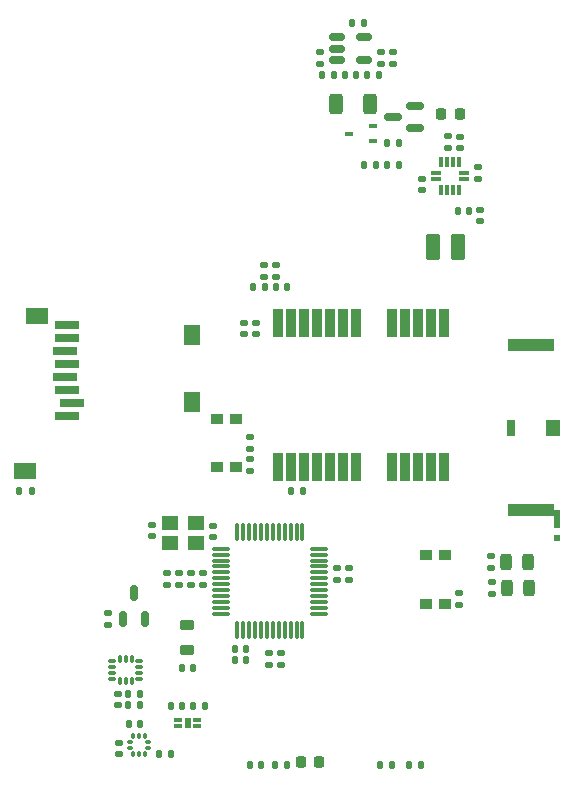
<source format=gtp>
G04 #@! TF.GenerationSoftware,KiCad,Pcbnew,7.0.6*
G04 #@! TF.CreationDate,2024-05-29T18:09:33+12:00*
G04 #@! TF.ProjectId,flight_computer,666c6967-6874-45f6-936f-6d7075746572,rev?*
G04 #@! TF.SameCoordinates,Original*
G04 #@! TF.FileFunction,Paste,Top*
G04 #@! TF.FilePolarity,Positive*
%FSLAX46Y46*%
G04 Gerber Fmt 4.6, Leading zero omitted, Abs format (unit mm)*
G04 Created by KiCad (PCBNEW 7.0.6) date 2024-05-29 18:09:33*
%MOMM*%
%LPD*%
G01*
G04 APERTURE LIST*
G04 Aperture macros list*
%AMRoundRect*
0 Rectangle with rounded corners*
0 $1 Rounding radius*
0 $2 $3 $4 $5 $6 $7 $8 $9 X,Y pos of 4 corners*
0 Add a 4 corners polygon primitive as box body*
4,1,4,$2,$3,$4,$5,$6,$7,$8,$9,$2,$3,0*
0 Add four circle primitives for the rounded corners*
1,1,$1+$1,$2,$3*
1,1,$1+$1,$4,$5*
1,1,$1+$1,$6,$7*
1,1,$1+$1,$8,$9*
0 Add four rect primitives between the rounded corners*
20,1,$1+$1,$2,$3,$4,$5,0*
20,1,$1+$1,$4,$5,$6,$7,0*
20,1,$1+$1,$6,$7,$8,$9,0*
20,1,$1+$1,$8,$9,$2,$3,0*%
G04 Aperture macros list end*
%ADD10RoundRect,0.140000X0.170000X-0.140000X0.170000X0.140000X-0.170000X0.140000X-0.170000X-0.140000X0*%
%ADD11RoundRect,0.135000X0.185000X-0.135000X0.185000X0.135000X-0.185000X0.135000X-0.185000X-0.135000X0*%
%ADD12RoundRect,0.140000X-0.170000X0.140000X-0.170000X-0.140000X0.170000X-0.140000X0.170000X0.140000X0*%
%ADD13RoundRect,0.135000X0.135000X0.185000X-0.135000X0.185000X-0.135000X-0.185000X0.135000X-0.185000X0*%
%ADD14RoundRect,0.075000X-0.662500X-0.075000X0.662500X-0.075000X0.662500X0.075000X-0.662500X0.075000X0*%
%ADD15RoundRect,0.075000X-0.075000X-0.662500X0.075000X-0.662500X0.075000X0.662500X-0.075000X0.662500X0*%
%ADD16RoundRect,0.218750X0.218750X0.256250X-0.218750X0.256250X-0.218750X-0.256250X0.218750X-0.256250X0*%
%ADD17RoundRect,0.087500X-0.225000X-0.087500X0.225000X-0.087500X0.225000X0.087500X-0.225000X0.087500X0*%
%ADD18RoundRect,0.087500X-0.087500X-0.225000X0.087500X-0.225000X0.087500X0.225000X-0.087500X0.225000X0*%
%ADD19RoundRect,0.140000X0.140000X0.170000X-0.140000X0.170000X-0.140000X-0.170000X0.140000X-0.170000X0*%
%ADD20RoundRect,0.218750X-0.381250X0.218750X-0.381250X-0.218750X0.381250X-0.218750X0.381250X0.218750X0*%
%ADD21R,0.700000X0.450000*%
%ADD22RoundRect,0.135000X-0.135000X-0.185000X0.135000X-0.185000X0.135000X0.185000X-0.135000X0.185000X0*%
%ADD23R,1.000000X0.900000*%
%ADD24RoundRect,0.140000X-0.140000X-0.170000X0.140000X-0.170000X0.140000X0.170000X-0.140000X0.170000X0*%
%ADD25R,0.700000X1.400000*%
%ADD26R,4.000000X1.000000*%
%ADD27R,1.200000X1.400000*%
%ADD28R,0.500000X1.500000*%
%ADD29R,0.500000X0.600000*%
%ADD30R,0.812800X2.489200*%
%ADD31R,2.000000X0.800000*%
%ADD32R,1.400000X1.800000*%
%ADD33R,1.900000X1.400000*%
%ADD34RoundRect,0.250000X0.312500X0.625000X-0.312500X0.625000X-0.312500X-0.625000X0.312500X-0.625000X0*%
%ADD35RoundRect,0.135000X-0.185000X0.135000X-0.185000X-0.135000X0.185000X-0.135000X0.185000X0.135000X0*%
%ADD36RoundRect,0.008100X0.126900X-0.421900X0.126900X0.421900X-0.126900X0.421900X-0.126900X-0.421900X0*%
%ADD37RoundRect,0.008100X0.421900X0.126900X-0.421900X0.126900X-0.421900X-0.126900X0.421900X-0.126900X0*%
%ADD38RoundRect,0.150000X0.587500X0.150000X-0.587500X0.150000X-0.587500X-0.150000X0.587500X-0.150000X0*%
%ADD39RoundRect,0.150000X-0.512500X-0.150000X0.512500X-0.150000X0.512500X0.150000X-0.512500X0.150000X0*%
%ADD40RoundRect,0.243750X0.243750X0.456250X-0.243750X0.456250X-0.243750X-0.456250X0.243750X-0.456250X0*%
%ADD41RoundRect,0.250000X0.375000X0.850000X-0.375000X0.850000X-0.375000X-0.850000X0.375000X-0.850000X0*%
%ADD42RoundRect,0.150000X0.150000X-0.512500X0.150000X0.512500X-0.150000X0.512500X-0.150000X-0.512500X0*%
%ADD43RoundRect,0.087500X-0.125000X-0.087500X0.125000X-0.087500X0.125000X0.087500X-0.125000X0.087500X0*%
%ADD44RoundRect,0.087500X-0.087500X-0.125000X0.087500X-0.125000X0.087500X0.125000X-0.087500X0.125000X0*%
%ADD45R,1.400000X1.200000*%
%ADD46R,0.700000X0.300000*%
%ADD47R,0.550000X0.910000*%
G04 APERTURE END LIST*
D10*
X162210000Y-83515000D03*
X162210000Y-82555000D03*
D11*
X142900000Y-108310000D03*
X142900000Y-107290000D03*
D10*
X135900000Y-117880000D03*
X135900000Y-116920000D03*
X138900000Y-117880000D03*
X138900000Y-116920000D03*
D12*
X155040000Y-72820000D03*
X155040000Y-73780000D03*
X139800000Y-112920000D03*
X139800000Y-113880000D03*
D13*
X124410000Y-110000000D03*
X123390000Y-110000000D03*
D12*
X150300000Y-116520000D03*
X150300000Y-117480000D03*
D14*
X140437500Y-114850000D03*
X140437500Y-115350000D03*
X140437500Y-115850000D03*
X140437500Y-116350000D03*
X140437500Y-116850000D03*
X140437500Y-117350000D03*
X140437500Y-117850000D03*
X140437500Y-118350000D03*
X140437500Y-118850000D03*
X140437500Y-119350000D03*
X140437500Y-119850000D03*
X140437500Y-120350000D03*
D15*
X141850000Y-121762500D03*
X142350000Y-121762500D03*
X142850000Y-121762500D03*
X143350000Y-121762500D03*
X143850000Y-121762500D03*
X144350000Y-121762500D03*
X144850000Y-121762500D03*
X145350000Y-121762500D03*
X145850000Y-121762500D03*
X146350000Y-121762500D03*
X146850000Y-121762500D03*
X147350000Y-121762500D03*
D14*
X148762500Y-120350000D03*
X148762500Y-119850000D03*
X148762500Y-119350000D03*
X148762500Y-118850000D03*
X148762500Y-118350000D03*
X148762500Y-117850000D03*
X148762500Y-117350000D03*
X148762500Y-116850000D03*
X148762500Y-116350000D03*
X148762500Y-115850000D03*
X148762500Y-115350000D03*
X148762500Y-114850000D03*
D15*
X147350000Y-113437500D03*
X146850000Y-113437500D03*
X146350000Y-113437500D03*
X145850000Y-113437500D03*
X145350000Y-113437500D03*
X144850000Y-113437500D03*
X144350000Y-113437500D03*
X143850000Y-113437500D03*
X143350000Y-113437500D03*
X142850000Y-113437500D03*
X142350000Y-113437500D03*
X141850000Y-113437500D03*
D12*
X151310000Y-116520000D03*
X151310000Y-117480000D03*
D16*
X148787500Y-132900000D03*
X147212500Y-132900000D03*
D10*
X142900000Y-106380000D03*
X142900000Y-105420000D03*
X137900000Y-117880000D03*
X137900000Y-116920000D03*
X136900000Y-117880000D03*
X136900000Y-116920000D03*
D17*
X131225000Y-124357500D03*
X131225000Y-124857500D03*
X131225000Y-125357500D03*
X131225000Y-125857500D03*
D18*
X131887500Y-126020000D03*
X132387500Y-126020000D03*
X132887500Y-126020000D03*
D17*
X133550000Y-125857500D03*
X133550000Y-125357500D03*
X133550000Y-124857500D03*
X133550000Y-124357500D03*
D18*
X132887500Y-124195000D03*
X132387500Y-124195000D03*
X131887500Y-124195000D03*
D19*
X152520000Y-70300000D03*
X151560000Y-70300000D03*
D11*
X154040000Y-73810000D03*
X154040000Y-72790000D03*
D10*
X160685000Y-80915000D03*
X160685000Y-79955000D03*
D20*
X137600000Y-121337500D03*
X137600000Y-123462500D03*
D21*
X153302500Y-80350000D03*
X153302500Y-79050000D03*
X151302500Y-79700000D03*
D22*
X149030000Y-74700000D03*
X150050000Y-74700000D03*
D23*
X159400000Y-119500000D03*
X159400000Y-115400000D03*
X157800000Y-115400000D03*
X157800000Y-119500000D03*
D24*
X145120000Y-92710000D03*
X146080000Y-92710000D03*
D19*
X133572500Y-128112500D03*
X132612500Y-128112500D03*
D11*
X144500000Y-124695000D03*
X144500000Y-123675000D03*
D12*
X157510000Y-83535000D03*
X157510000Y-84495000D03*
D24*
X141620000Y-123300000D03*
X142580000Y-123300000D03*
D25*
X165025000Y-104600000D03*
D26*
X166675000Y-97600000D03*
D27*
X168575000Y-104600000D03*
D26*
X166675000Y-111600000D03*
D28*
X168925000Y-112350000D03*
D29*
X168925000Y-113900000D03*
D30*
X145299999Y-107900000D03*
X146400000Y-107900000D03*
X147500000Y-107900000D03*
X148600000Y-107900000D03*
X149700001Y-107900000D03*
X150800001Y-107900000D03*
X151899999Y-107900000D03*
X154899999Y-107900000D03*
X156000000Y-107900000D03*
X157100000Y-107900000D03*
X158200000Y-107900000D03*
X159300001Y-107900000D03*
X159300001Y-95700000D03*
X158200000Y-95700000D03*
X157100000Y-95700000D03*
X156000000Y-95700000D03*
X154899999Y-95700000D03*
X151899999Y-95700000D03*
X150800001Y-95700000D03*
X149700001Y-95700000D03*
X148600000Y-95700000D03*
X147500000Y-95700000D03*
X146400000Y-95700000D03*
X145299999Y-95700000D03*
D31*
X127450000Y-103615000D03*
X127850000Y-102515000D03*
X127450000Y-101415000D03*
X127250000Y-100315000D03*
X127450000Y-99215000D03*
X127250000Y-98115000D03*
X127450000Y-97015000D03*
X127450000Y-95915000D03*
D32*
X138000000Y-96725000D03*
X138000000Y-102425000D03*
D33*
X124850000Y-95125000D03*
X123850000Y-108275000D03*
D34*
X153102500Y-77200000D03*
X150177500Y-77200000D03*
D35*
X159710000Y-79925000D03*
X159710000Y-80945000D03*
D13*
X153610000Y-82400000D03*
X152590000Y-82400000D03*
D12*
X131822500Y-131305000D03*
X131822500Y-132265000D03*
D10*
X143400000Y-96680000D03*
X143400000Y-95720000D03*
D36*
X159120000Y-84470000D03*
X159620000Y-84470000D03*
X160120000Y-84470000D03*
X160620000Y-84470000D03*
D37*
X161055000Y-83535000D03*
X161055000Y-83035000D03*
D36*
X160620000Y-82100000D03*
X160120000Y-82100000D03*
X159620000Y-82100000D03*
X159120000Y-82100000D03*
D37*
X158685000Y-83035000D03*
X158685000Y-83535000D03*
D12*
X131692500Y-127132500D03*
X131692500Y-128092500D03*
D35*
X130900000Y-120290000D03*
X130900000Y-121310000D03*
D13*
X152830000Y-74700000D03*
X153850000Y-74700000D03*
D38*
X156877500Y-79250000D03*
X156877500Y-77350000D03*
X155002500Y-78300000D03*
D12*
X162385000Y-86155000D03*
X162385000Y-87115000D03*
D16*
X160650000Y-78062500D03*
X159075000Y-78062500D03*
D22*
X153890000Y-133200000D03*
X154910000Y-133200000D03*
D24*
X136222500Y-128190000D03*
X137182500Y-128190000D03*
D39*
X150302500Y-71550000D03*
X150302500Y-72500000D03*
X150302500Y-73450000D03*
X152577500Y-73450000D03*
X152577500Y-71550000D03*
D11*
X144100000Y-91820000D03*
X144100000Y-90800000D03*
D40*
X166512500Y-118180000D03*
X164637500Y-118180000D03*
D41*
X160560000Y-89335000D03*
X158410000Y-89335000D03*
D19*
X144160000Y-92710000D03*
X143200000Y-92710000D03*
D40*
X166475000Y-116000000D03*
X164600000Y-116000000D03*
D19*
X161465000Y-86235000D03*
X160505000Y-86235000D03*
D13*
X146010000Y-133200000D03*
X144990000Y-133200000D03*
D22*
X156390000Y-133200000D03*
X157410000Y-133200000D03*
D10*
X148840000Y-72820000D03*
X148840000Y-73780000D03*
D24*
X141620000Y-124300000D03*
X142580000Y-124300000D03*
D19*
X139082500Y-128190000D03*
X138122500Y-128190000D03*
X143860000Y-133200000D03*
X142900000Y-133200000D03*
D11*
X160563000Y-119585000D03*
X160563000Y-118565000D03*
D10*
X142400000Y-96680000D03*
X142400000Y-95720000D03*
D19*
X150960000Y-74700000D03*
X151920000Y-74700000D03*
D42*
X132150000Y-120837500D03*
X134050000Y-120837500D03*
X133100000Y-118562500D03*
D13*
X155510000Y-80500000D03*
X154490000Y-80500000D03*
D11*
X145500000Y-124705000D03*
X145500000Y-123685000D03*
D19*
X138115000Y-124952500D03*
X137155000Y-124952500D03*
D11*
X145100000Y-91820000D03*
X145100000Y-90800000D03*
D43*
X132775000Y-131200000D03*
X132775000Y-131700000D03*
D44*
X133037500Y-132212500D03*
X133537500Y-132212500D03*
X134037500Y-132212500D03*
D43*
X134300000Y-131700000D03*
X134300000Y-131200000D03*
D44*
X134037500Y-130687500D03*
X133537500Y-130687500D03*
X133037500Y-130687500D03*
D11*
X163337500Y-116500000D03*
X163337500Y-115480000D03*
D22*
X135212500Y-132205000D03*
X136232500Y-132205000D03*
D24*
X132642500Y-129705000D03*
X133602500Y-129705000D03*
D45*
X136100000Y-114330000D03*
X138300000Y-114330000D03*
X138300000Y-112630000D03*
X136100000Y-112630000D03*
D11*
X163375000Y-118700000D03*
X163375000Y-117680000D03*
D13*
X155510000Y-82400000D03*
X154490000Y-82400000D03*
D12*
X134600000Y-112800000D03*
X134600000Y-113760000D03*
D46*
X136817500Y-129350000D03*
X136817500Y-129850000D03*
X138417500Y-129850000D03*
X138417500Y-129350000D03*
D47*
X137617500Y-129600000D03*
D22*
X146380000Y-110000000D03*
X147400000Y-110000000D03*
D19*
X133572500Y-127112500D03*
X132612500Y-127112500D03*
D23*
X141700000Y-107950000D03*
X141700000Y-103850000D03*
X140100000Y-103850000D03*
X140100000Y-107950000D03*
M02*

</source>
